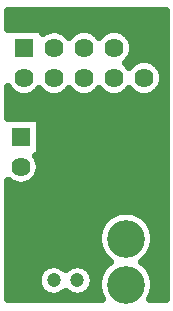
<source format=gbr>
G04 DipTrace 3.2.0.1*
G04 Bottom.gbr*
%MOIN*%
G04 #@! TF.FileFunction,Copper,L2,Bot*
G04 #@! TF.Part,Single*
G04 #@! TA.AperFunction,CopperBalancing*
%ADD15C,0.025*%
G04 #@! TA.AperFunction,ComponentPad*
%ADD17C,0.125984*%
%ADD21R,0.047244X0.047244*%
%ADD22C,0.047244*%
%ADD23R,0.06378X0.06378*%
%ADD24C,0.06378*%
G04 #@! TA.AperFunction,ViaPad*
%ADD28C,0.027559*%
%FSLAX26Y26*%
G04*
G70*
G90*
G75*
G01*
G04 Bottom*
%LPD*%
D28*
X522883Y716441D3*
X803150Y921260D3*
X448089Y1376017D2*
D15*
X969259D1*
X448089Y1351148D2*
X969259D1*
X641504Y1326280D2*
X658501D1*
X741478D2*
X758510D1*
X841487D2*
X969259D1*
X860327Y1301411D2*
X969259D1*
X865206Y1276542D2*
X969259D1*
X859789Y1251673D2*
X969259D1*
X840841Y1226804D2*
X859165D1*
X940815D2*
X969259D1*
X540563Y1127329D2*
X559425D1*
X640572D2*
X659434D1*
X740581D2*
X759444D1*
X840554D2*
X859417D1*
X940563D2*
X969259D1*
X448089Y1102461D2*
X969259D1*
X448089Y1077592D2*
X969259D1*
X448089Y1052723D2*
X969259D1*
X554126Y1027854D2*
X969259D1*
X554126Y1002986D2*
X969259D1*
X554126Y978117D2*
X969259D1*
X554126Y953248D2*
X969259D1*
X554126Y928379D2*
X969259D1*
X549713Y903510D2*
X969259D1*
X554126Y878642D2*
X969259D1*
X548206Y853773D2*
X969259D1*
X527214Y828904D2*
X969259D1*
X448089Y804035D2*
X969259D1*
X448089Y779167D2*
X969259D1*
X448089Y754298D2*
X969259D1*
X448089Y729429D2*
X803259D1*
X875398D2*
X969259D1*
X448089Y704560D2*
X767051D1*
X911570D2*
X969259D1*
X448089Y679692D2*
X750975D1*
X927646D2*
X969259D1*
X448089Y654823D2*
X743906D1*
X934714D2*
X969259D1*
X448089Y629954D2*
X743762D1*
X934894D2*
X969259D1*
X448089Y605085D2*
X750509D1*
X928147D2*
X969259D1*
X448089Y580217D2*
X766083D1*
X912573D2*
X969259D1*
X448089Y555348D2*
X584114D1*
X613514D2*
X662844D1*
X692245D2*
X771214D1*
X907407D2*
X969259D1*
X448089Y530479D2*
X549736D1*
X726622D2*
X753021D1*
X925600D2*
X969259D1*
X448089Y505610D2*
X541950D1*
X934033D2*
X969259D1*
X448089Y480741D2*
X546328D1*
X730067D2*
X743295D1*
X935324D2*
X969259D1*
X448089Y455873D2*
X567858D1*
X629770D2*
X646588D1*
X708500D2*
X748786D1*
X929870D2*
X969259D1*
X932848Y634466D2*
X931982Y627151D1*
X930545Y619927D1*
X928545Y612836D1*
X925995Y605925D1*
X922911Y599236D1*
X919312Y592808D1*
X915219Y586684D1*
X910659Y580899D1*
X905659Y575490D1*
X900249Y570490D1*
X893197Y565081D1*
X900249Y559621D1*
X905659Y554621D1*
X910659Y549211D1*
X915219Y543427D1*
X919312Y537302D1*
X922911Y530874D1*
X925995Y524185D1*
X928545Y517274D1*
X930545Y510184D1*
X931982Y502959D1*
X932848Y495644D1*
X933136Y488283D1*
X932848Y480923D1*
X931982Y473608D1*
X930545Y466383D1*
X928545Y459293D1*
X925995Y452382D1*
X920647Y441651D1*
X971728Y441634D1*
X971752Y1400913D1*
X445594Y1400886D1*
X445571Y1339860D1*
X562713Y1339878D1*
Y1327570D1*
X567232Y1330636D1*
X576001Y1335104D1*
X585360Y1338146D1*
X595080Y1339685D1*
X604920D1*
X614640Y1338146D1*
X623999Y1335104D1*
X632768Y1330636D1*
X640728Y1324853D1*
X647688Y1317894D1*
X649986Y1314979D1*
X655655Y1321510D1*
X663139Y1327900D1*
X671529Y1333043D1*
X680621Y1336808D1*
X690189Y1339106D1*
X700000Y1339878D1*
X709811Y1339106D1*
X719379Y1336808D1*
X728471Y1333043D1*
X736861Y1327900D1*
X744345Y1321510D1*
X749986Y1314979D1*
X755655Y1321510D1*
X763139Y1327900D1*
X771529Y1333043D1*
X780621Y1336808D1*
X790189Y1339106D1*
X800000Y1339878D1*
X809811Y1339106D1*
X819379Y1336808D1*
X828471Y1333043D1*
X836861Y1327900D1*
X844345Y1321510D1*
X850735Y1314026D1*
X855878Y1305636D1*
X859643Y1296545D1*
X861941Y1286976D1*
X862713Y1277165D1*
X861941Y1267354D1*
X859643Y1257786D1*
X855878Y1248694D1*
X850735Y1240304D1*
X844345Y1232820D1*
X837814Y1227180D1*
X844345Y1221510D1*
X849986Y1214979D1*
X855655Y1221510D1*
X863139Y1227900D1*
X871529Y1233043D1*
X880621Y1236808D1*
X890189Y1239106D1*
X900000Y1239878D1*
X909811Y1239106D1*
X919379Y1236808D1*
X928471Y1233043D1*
X936861Y1227900D1*
X944345Y1221510D1*
X950735Y1214026D1*
X955878Y1205636D1*
X959643Y1196545D1*
X961941Y1186976D1*
X962713Y1177165D1*
X961941Y1167354D1*
X959643Y1157786D1*
X955878Y1148694D1*
X950735Y1140304D1*
X944345Y1132820D1*
X936861Y1126430D1*
X928471Y1121287D1*
X919379Y1117522D1*
X909811Y1115224D1*
X900000Y1114453D1*
X890189Y1115224D1*
X880621Y1117522D1*
X871529Y1121287D1*
X863139Y1126430D1*
X855655Y1132820D1*
X850014Y1139352D1*
X844345Y1132820D1*
X836861Y1126430D1*
X828471Y1121287D1*
X819379Y1117522D1*
X809811Y1115224D1*
X800000Y1114453D1*
X790189Y1115224D1*
X780621Y1117522D1*
X771529Y1121287D1*
X763139Y1126430D1*
X755655Y1132820D1*
X750014Y1139352D1*
X744345Y1132820D1*
X736861Y1126430D1*
X728471Y1121287D1*
X719379Y1117522D1*
X709811Y1115224D1*
X700000Y1114453D1*
X690189Y1115224D1*
X680621Y1117522D1*
X671529Y1121287D1*
X663139Y1126430D1*
X655655Y1132820D1*
X650014Y1139352D1*
X644345Y1132820D1*
X636861Y1126430D1*
X628471Y1121287D1*
X619379Y1117522D1*
X609811Y1115224D1*
X600000Y1114453D1*
X590189Y1115224D1*
X580621Y1117522D1*
X571529Y1121287D1*
X563139Y1126430D1*
X555655Y1132820D1*
X550014Y1139352D1*
X544345Y1132820D1*
X536861Y1126430D1*
X528471Y1121287D1*
X519379Y1117522D1*
X509811Y1115224D1*
X500000Y1114453D1*
X490189Y1115224D1*
X480621Y1117522D1*
X471529Y1121287D1*
X463139Y1126430D1*
X455655Y1132820D1*
X449265Y1140304D1*
X445580Y1146093D1*
X445571Y1043097D1*
X551640Y1043122D1*
Y917697D1*
X539332D1*
X542399Y913177D1*
X546866Y904408D1*
X549908Y895050D1*
X551448Y885329D1*
Y875490D1*
X549908Y865769D1*
X546866Y856411D1*
X542399Y847642D1*
X536615Y839681D1*
X529656Y832722D1*
X521696Y826938D1*
X512927Y822471D1*
X503568Y819429D1*
X493848Y817890D1*
X484008D1*
X474287Y819429D1*
X464929Y822471D1*
X456160Y826938D1*
X448199Y832722D1*
X445558Y835164D1*
X445571Y441606D1*
X757930Y441634D1*
X752648Y452382D1*
X750098Y459293D1*
X748098Y466383D1*
X746661Y473608D1*
X745795Y480923D1*
X745507Y488283D1*
X745795Y495644D1*
X746661Y502959D1*
X748098Y510184D1*
X750098Y517274D1*
X752648Y524185D1*
X755732Y530874D1*
X759331Y537302D1*
X763424Y543427D1*
X767984Y549211D1*
X772984Y554621D1*
X778394Y559621D1*
X785446Y565029D1*
X778394Y570490D1*
X772984Y575490D1*
X767984Y580899D1*
X763424Y586684D1*
X759331Y592808D1*
X755732Y599236D1*
X752648Y605925D1*
X750098Y612836D1*
X748098Y619927D1*
X746661Y627151D1*
X745795Y634466D1*
X745507Y641827D1*
X745795Y649188D1*
X746661Y656503D1*
X748098Y663727D1*
X750098Y670818D1*
X752648Y677728D1*
X755732Y684417D1*
X759331Y690845D1*
X763424Y696970D1*
X767984Y702755D1*
X772984Y708164D1*
X778394Y713164D1*
X784178Y717724D1*
X790303Y721818D1*
X796731Y725416D1*
X803420Y728500D1*
X810331Y731050D1*
X817421Y733050D1*
X824646Y734487D1*
X831961Y735353D1*
X839322Y735642D1*
X846682Y735353D1*
X853997Y734487D1*
X861222Y733050D1*
X868312Y731050D1*
X875223Y728500D1*
X881912Y725416D1*
X888340Y721818D1*
X894465Y717724D1*
X900249Y713164D1*
X905659Y708164D1*
X910659Y702755D1*
X915219Y696970D1*
X919312Y690845D1*
X922911Y684417D1*
X925995Y677728D1*
X928545Y670818D1*
X930545Y663727D1*
X931982Y656503D1*
X932848Y649188D1*
X933136Y641827D1*
X932848Y634466D1*
X638159Y464710D2*
X634169Y460888D1*
X627257Y455867D1*
X619644Y451988D1*
X611520Y449348D1*
X603081Y448012D1*
X594538D1*
X586100Y449348D1*
X577975Y451988D1*
X570362Y455867D1*
X563450Y460888D1*
X557409Y466929D1*
X552388Y473841D1*
X548509Y481454D1*
X545869Y489579D1*
X544533Y498017D1*
Y506560D1*
X545869Y514999D1*
X548509Y523123D1*
X552388Y530736D1*
X557409Y537648D1*
X563450Y543689D1*
X570362Y548710D1*
X577975Y552589D1*
X586100Y555230D1*
X594538Y556566D1*
X603081D1*
X611520Y555230D1*
X619644Y552589D1*
X627257Y548710D1*
X634169Y543689D1*
X638159Y539867D1*
X642190Y543689D1*
X649102Y548710D1*
X656715Y552589D1*
X664840Y555230D1*
X673278Y556566D1*
X681822D1*
X690260Y555230D1*
X698385Y552589D1*
X705997Y548710D1*
X712909Y543689D1*
X718950Y537648D1*
X723971Y530736D1*
X727850Y523123D1*
X730491Y514999D1*
X731827Y506560D1*
Y498017D1*
X730491Y489579D1*
X727850Y481454D1*
X723971Y473841D1*
X718950Y466929D1*
X712909Y460888D1*
X705997Y455867D1*
X698385Y451988D1*
X690260Y449348D1*
X681822Y448012D1*
X673278D1*
X664840Y449348D1*
X656715Y451988D1*
X649102Y455867D1*
X642190Y460888D1*
X638201Y464710D1*
D17*
X839322Y641827D3*
Y488283D3*
D21*
X520070Y502289D3*
D22*
X598810D3*
X677550D3*
D23*
X488928Y980409D3*
D24*
Y880409D3*
X500000Y1177165D3*
X600000D3*
X700000D3*
X800000D3*
X900000D3*
Y1277165D3*
X800000D3*
X700000D3*
X600000D3*
D23*
X500000D3*
M02*

</source>
